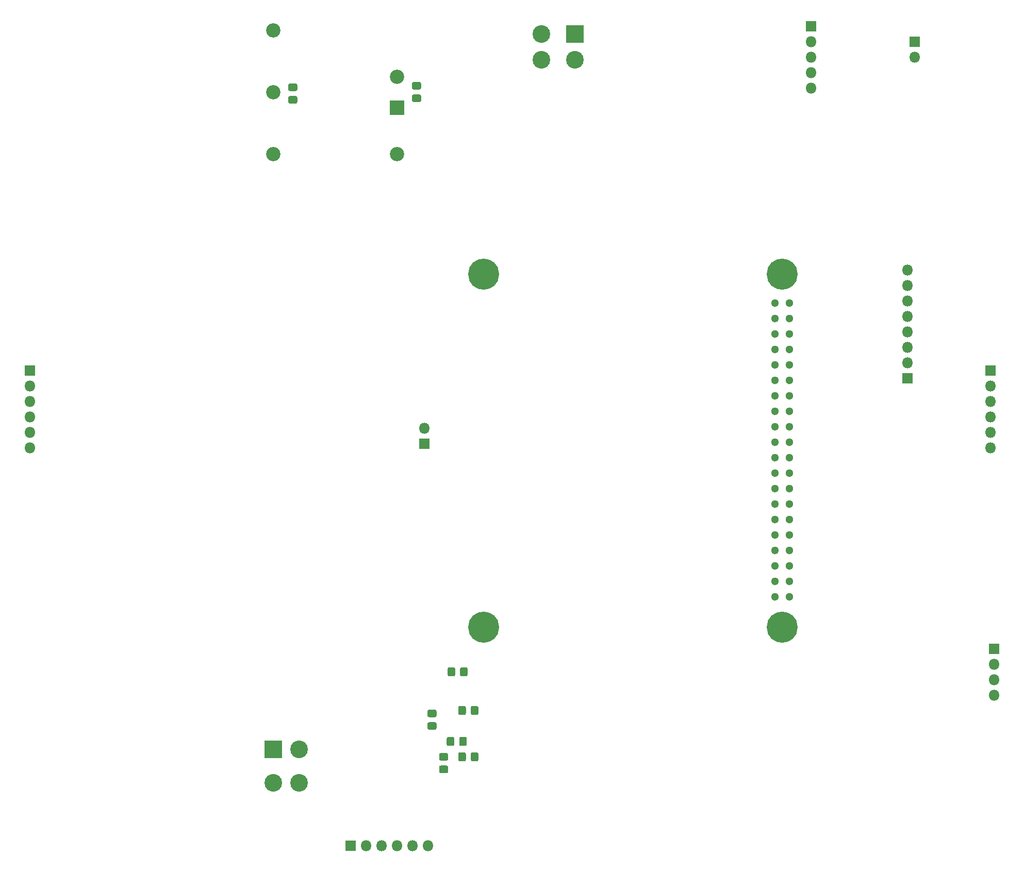
<source format=gbr>
%TF.GenerationSoftware,KiCad,Pcbnew,(5.1.6)-1*%
%TF.CreationDate,2021-02-09T18:52:38-05:00*%
%TF.ProjectId,Logic,4c6f6769-632e-46b6-9963-61645f706362,rev?*%
%TF.SameCoordinates,Original*%
%TF.FileFunction,Soldermask,Bot*%
%TF.FilePolarity,Negative*%
%FSLAX46Y46*%
G04 Gerber Fmt 4.6, Leading zero omitted, Abs format (unit mm)*
G04 Created by KiCad (PCBNEW (5.1.6)-1) date 2021-02-09 18:52:38*
%MOMM*%
%LPD*%
G01*
G04 APERTURE LIST*
%ADD10C,1.300000*%
%ADD11C,5.100000*%
%ADD12C,2.900000*%
%ADD13R,2.900000X2.900000*%
%ADD14R,1.800000X1.800000*%
%ADD15O,1.800000X1.800000*%
%ADD16R,2.350000X2.350000*%
%ADD17C,2.350000*%
G04 APERTURE END LIST*
%TO.C,C4*%
G36*
G01*
X163038262Y-125575000D02*
X162081738Y-125575000D01*
G75*
G02*
X161810000Y-125303262I0J271738D01*
G01*
X161810000Y-124596738D01*
G75*
G02*
X162081738Y-124325000I271738J0D01*
G01*
X163038262Y-124325000D01*
G75*
G02*
X163310000Y-124596738I0J-271738D01*
G01*
X163310000Y-125303262D01*
G75*
G02*
X163038262Y-125575000I-271738J0D01*
G01*
G37*
G36*
G01*
X163038262Y-127625000D02*
X162081738Y-127625000D01*
G75*
G02*
X161810000Y-127353262I0J271738D01*
G01*
X161810000Y-126646738D01*
G75*
G02*
X162081738Y-126375000I271738J0D01*
G01*
X163038262Y-126375000D01*
G75*
G02*
X163310000Y-126646738I0J-271738D01*
G01*
X163310000Y-127353262D01*
G75*
G02*
X163038262Y-127625000I-271738J0D01*
G01*
G37*
%TD*%
D10*
%TO.C,U6*%
X221269200Y-67675200D03*
X221269200Y-77835200D03*
X218907200Y-82915200D03*
X218907200Y-57515200D03*
X218907200Y-60055200D03*
X221269200Y-72755200D03*
X221269200Y-70215200D03*
X218907200Y-77835200D03*
X221269200Y-80375200D03*
X218907200Y-80375200D03*
X221269200Y-82915200D03*
X221269200Y-57515200D03*
X218907200Y-70215200D03*
X218907200Y-62595200D03*
X221269200Y-85455200D03*
X218907200Y-72755200D03*
X221269200Y-60055200D03*
X221269200Y-65135200D03*
X218907200Y-65135200D03*
X221269200Y-75295200D03*
X218907200Y-67675200D03*
X221269200Y-62595200D03*
X218907200Y-75295200D03*
X218907200Y-93075200D03*
D11*
X171047200Y-110763200D03*
D10*
X221269200Y-105775200D03*
X221269200Y-103235200D03*
X218907200Y-105775200D03*
X218907200Y-90535200D03*
X218907200Y-95615200D03*
X221269200Y-90535200D03*
D11*
X171047200Y-52763200D03*
D10*
X218907200Y-85455200D03*
D11*
X220047200Y-52763200D03*
D10*
X221269200Y-100695200D03*
X218907200Y-98155200D03*
X221269200Y-95615200D03*
X221269200Y-98155200D03*
D11*
X220047200Y-110763200D03*
D10*
X221269200Y-93075200D03*
X218907200Y-103235200D03*
X218907200Y-100695200D03*
X218907200Y-87995200D03*
X221269200Y-87995200D03*
%TD*%
%TO.C,C3*%
G36*
G01*
X159541738Y-23260000D02*
X160498262Y-23260000D01*
G75*
G02*
X160770000Y-23531738I0J-271738D01*
G01*
X160770000Y-24238262D01*
G75*
G02*
X160498262Y-24510000I-271738J0D01*
G01*
X159541738Y-24510000D01*
G75*
G02*
X159270000Y-24238262I0J271738D01*
G01*
X159270000Y-23531738D01*
G75*
G02*
X159541738Y-23260000I271738J0D01*
G01*
G37*
G36*
G01*
X159541738Y-21210000D02*
X160498262Y-21210000D01*
G75*
G02*
X160770000Y-21481738I0J-271738D01*
G01*
X160770000Y-22188262D01*
G75*
G02*
X160498262Y-22460000I-271738J0D01*
G01*
X159541738Y-22460000D01*
G75*
G02*
X159270000Y-22188262I0J271738D01*
G01*
X159270000Y-21481738D01*
G75*
G02*
X159541738Y-21210000I271738J0D01*
G01*
G37*
%TD*%
%TO.C,C5*%
G36*
G01*
X139221738Y-23505000D02*
X140178262Y-23505000D01*
G75*
G02*
X140450000Y-23776738I0J-271738D01*
G01*
X140450000Y-24483262D01*
G75*
G02*
X140178262Y-24755000I-271738J0D01*
G01*
X139221738Y-24755000D01*
G75*
G02*
X138950000Y-24483262I0J271738D01*
G01*
X138950000Y-23776738D01*
G75*
G02*
X139221738Y-23505000I271738J0D01*
G01*
G37*
G36*
G01*
X139221738Y-21455000D02*
X140178262Y-21455000D01*
G75*
G02*
X140450000Y-21726738I0J-271738D01*
G01*
X140450000Y-22433262D01*
G75*
G02*
X140178262Y-22705000I-271738J0D01*
G01*
X139221738Y-22705000D01*
G75*
G02*
X138950000Y-22433262I0J271738D01*
G01*
X138950000Y-21726738D01*
G75*
G02*
X139221738Y-21455000I271738J0D01*
G01*
G37*
%TD*%
%TO.C,C6*%
G36*
G01*
X168920000Y-124938262D02*
X168920000Y-123981738D01*
G75*
G02*
X169191738Y-123710000I271738J0D01*
G01*
X169898262Y-123710000D01*
G75*
G02*
X170170000Y-123981738I0J-271738D01*
G01*
X170170000Y-124938262D01*
G75*
G02*
X169898262Y-125210000I-271738J0D01*
G01*
X169191738Y-125210000D01*
G75*
G02*
X168920000Y-124938262I0J271738D01*
G01*
G37*
G36*
G01*
X166870000Y-124938262D02*
X166870000Y-123981738D01*
G75*
G02*
X167141738Y-123710000I271738J0D01*
G01*
X167848262Y-123710000D01*
G75*
G02*
X168120000Y-123981738I0J-271738D01*
G01*
X168120000Y-124938262D01*
G75*
G02*
X167848262Y-125210000I-271738J0D01*
G01*
X167141738Y-125210000D01*
G75*
G02*
X166870000Y-124938262I0J271738D01*
G01*
G37*
%TD*%
%TO.C,C7*%
G36*
G01*
X166360000Y-117631738D02*
X166360000Y-118588262D01*
G75*
G02*
X166088262Y-118860000I-271738J0D01*
G01*
X165381738Y-118860000D01*
G75*
G02*
X165110000Y-118588262I0J271738D01*
G01*
X165110000Y-117631738D01*
G75*
G02*
X165381738Y-117360000I271738J0D01*
G01*
X166088262Y-117360000D01*
G75*
G02*
X166360000Y-117631738I0J-271738D01*
G01*
G37*
G36*
G01*
X168410000Y-117631738D02*
X168410000Y-118588262D01*
G75*
G02*
X168138262Y-118860000I-271738J0D01*
G01*
X167431738Y-118860000D01*
G75*
G02*
X167160000Y-118588262I0J271738D01*
G01*
X167160000Y-117631738D01*
G75*
G02*
X167431738Y-117360000I271738J0D01*
G01*
X168138262Y-117360000D01*
G75*
G02*
X168410000Y-117631738I0J-271738D01*
G01*
G37*
%TD*%
%TO.C,C8*%
G36*
G01*
X168920000Y-132558262D02*
X168920000Y-131601738D01*
G75*
G02*
X169191738Y-131330000I271738J0D01*
G01*
X169898262Y-131330000D01*
G75*
G02*
X170170000Y-131601738I0J-271738D01*
G01*
X170170000Y-132558262D01*
G75*
G02*
X169898262Y-132830000I-271738J0D01*
G01*
X169191738Y-132830000D01*
G75*
G02*
X168920000Y-132558262I0J271738D01*
G01*
G37*
G36*
G01*
X166870000Y-132558262D02*
X166870000Y-131601738D01*
G75*
G02*
X167141738Y-131330000I271738J0D01*
G01*
X167848262Y-131330000D01*
G75*
G02*
X168120000Y-131601738I0J-271738D01*
G01*
X168120000Y-132558262D01*
G75*
G02*
X167848262Y-132830000I-271738J0D01*
G01*
X167141738Y-132830000D01*
G75*
G02*
X166870000Y-132558262I0J271738D01*
G01*
G37*
%TD*%
%TO.C,C10*%
G36*
G01*
X163986738Y-131455000D02*
X164943262Y-131455000D01*
G75*
G02*
X165215000Y-131726738I0J-271738D01*
G01*
X165215000Y-132433262D01*
G75*
G02*
X164943262Y-132705000I-271738J0D01*
G01*
X163986738Y-132705000D01*
G75*
G02*
X163715000Y-132433262I0J271738D01*
G01*
X163715000Y-131726738D01*
G75*
G02*
X163986738Y-131455000I271738J0D01*
G01*
G37*
G36*
G01*
X163986738Y-133505000D02*
X164943262Y-133505000D01*
G75*
G02*
X165215000Y-133776738I0J-271738D01*
G01*
X165215000Y-134483262D01*
G75*
G02*
X164943262Y-134755000I-271738J0D01*
G01*
X163986738Y-134755000D01*
G75*
G02*
X163715000Y-134483262I0J271738D01*
G01*
X163715000Y-133776738D01*
G75*
G02*
X163986738Y-133505000I271738J0D01*
G01*
G37*
%TD*%
D12*
%TO.C,J1*%
X140725000Y-136310000D03*
X136525000Y-136310000D03*
X140725000Y-130810000D03*
D13*
X136525000Y-130810000D03*
%TD*%
D14*
%TO.C,J4*%
X254850000Y-114350000D03*
D15*
X254850000Y-116890000D03*
X254850000Y-119430000D03*
X254850000Y-121970000D03*
%TD*%
D14*
%TO.C,J5.1*%
X96520000Y-68580000D03*
D15*
X96520000Y-71120000D03*
X96520000Y-73660000D03*
X96520000Y-76200000D03*
X96520000Y-78740000D03*
X96520000Y-81280000D03*
%TD*%
%TO.C,J5.2*%
X254259080Y-81280000D03*
X254259080Y-78740000D03*
X254259080Y-76200000D03*
X254259080Y-73660000D03*
X254259080Y-71120000D03*
D14*
X254259080Y-68580000D03*
%TD*%
%TO.C,J6*%
X240665000Y-69850000D03*
D15*
X240665000Y-67310000D03*
X240665000Y-64770000D03*
X240665000Y-62230000D03*
X240665000Y-59690000D03*
X240665000Y-57150000D03*
X240665000Y-54610000D03*
X240665000Y-52070000D03*
%TD*%
D13*
%TO.C,J7*%
X186055000Y-13335000D03*
D12*
X186055000Y-17535000D03*
X180555000Y-13335000D03*
X180555000Y-17535000D03*
%TD*%
D14*
%TO.C,J8*%
X149225000Y-146685000D03*
D15*
X151765000Y-146685000D03*
X154305000Y-146685000D03*
X156845000Y-146685000D03*
X159385000Y-146685000D03*
X161925000Y-146685000D03*
%TD*%
D14*
%TO.C,J9*%
X161290000Y-80645000D03*
D15*
X161290000Y-78105000D03*
%TD*%
%TO.C,L1*%
G36*
G01*
X164965000Y-130018262D02*
X164965000Y-129061738D01*
G75*
G02*
X165236738Y-128790000I271738J0D01*
G01*
X165943262Y-128790000D01*
G75*
G02*
X166215000Y-129061738I0J-271738D01*
G01*
X166215000Y-130018262D01*
G75*
G02*
X165943262Y-130290000I-271738J0D01*
G01*
X165236738Y-130290000D01*
G75*
G02*
X164965000Y-130018262I0J271738D01*
G01*
G37*
G36*
G01*
X167015000Y-130018262D02*
X167015000Y-129061738D01*
G75*
G02*
X167286738Y-128790000I271738J0D01*
G01*
X167993262Y-128790000D01*
G75*
G02*
X168265000Y-129061738I0J-271738D01*
G01*
X168265000Y-130018262D01*
G75*
G02*
X167993262Y-130290000I-271738J0D01*
G01*
X167286738Y-130290000D01*
G75*
G02*
X167015000Y-130018262I0J271738D01*
G01*
G37*
%TD*%
D16*
%TO.C,U4*%
X156845000Y-25400000D03*
D17*
X156845000Y-20320000D03*
X136525000Y-12700000D03*
X136525000Y-33020000D03*
X156845000Y-33020000D03*
X136525000Y-22860000D03*
%TD*%
D14*
%TO.C,J3*%
X224790000Y-12065000D03*
D15*
X224790000Y-14605000D03*
X224790000Y-17145000D03*
X224790000Y-19685000D03*
X224790000Y-22225000D03*
%TD*%
D14*
%TO.C,J2*%
X241800000Y-14600000D03*
D15*
X241800000Y-17140000D03*
%TD*%
M02*

</source>
